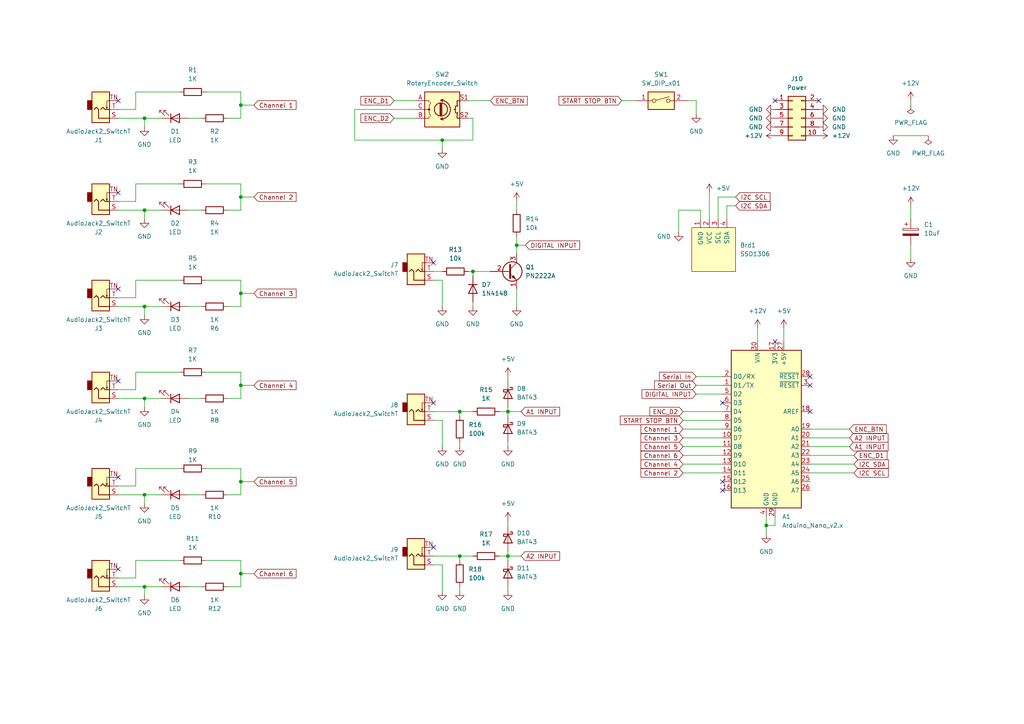
<source format=kicad_sch>
(kicad_sch (version 20211123) (generator eeschema)
  (paper "A4")
  (title_block (title "GToE prototype") (rev "1"))
  (lib_symbols
    (symbol "Connector:AudioJack2_SwitchT"
      (property "Reference" "J" (at 0 8.89 0))
      (property "Value" "AudioJack2_SwitchT" (at 0 6.35 0))
      (symbol "AudioJack2_SwitchT_0_1"
        (rectangle (start -2.54 0) (end -3.81 -2.54) (stroke (width 0.254)) (fill (type outline)))
        (polyline (pts (xy 1.778 -0.254) (xy 2.032 -0.762)))
        (polyline (pts (xy 0 0) (xy 0.635 -0.635) (xy 1.27 0) (xy 2.54 0)) (stroke (width 0.254)))
        (polyline (pts (xy 2.54 -2.54) (xy 1.778 -2.54) (xy 1.778 -0.254) (xy 1.524 -0.762)))
        (polyline (pts (xy 2.54 2.54) (xy -0.635 2.54) (xy -0.635 0) (xy -1.27 -0.635) (xy -1.905 0)) (stroke (width 0.254)))
        (rectangle (start 2.54 3.81) (end -2.54 -5.08) (stroke (width 0.254)) (fill (type background)))
      )
      (symbol "AudioJack2_SwitchT_1_1"
        (pin passive line (at 5.08 2.54 180) (length 2.54) (name "~") (number "S"))
        (pin passive line (at 5.08 0 180) (length 2.54) (name "~") (number "T"))
        (pin passive line (at 5.08 -2.54 180) (length 2.54) (name "~") (number "TN"))
      )
    )
    (symbol "Connector_Generic:Conn_02x05_Odd_Even" (pin_names (offset 1.016) hide)
      (property "Reference" "J" (at 1.27 7.62 0))
      (property "Value" "Conn_02x05_Odd_Even" (at 1.27 -7.62 0))
      (symbol "Conn_02x05_Odd_Even_1_1"
        (rectangle (start -1.27 -4.953) (end 0 -5.207) (stroke (width 0.1524)))
        (rectangle (start -1.27 -2.413) (end 0 -2.667) (stroke (width 0.1524)))
        (rectangle (start -1.27 0.127) (end 0 -0.127) (stroke (width 0.1524)))
        (rectangle (start -1.27 2.667) (end 0 2.413) (stroke (width 0.1524)))
        (rectangle (start -1.27 5.207) (end 0 4.953) (stroke (width 0.1524)))
        (rectangle (start -1.27 6.35) (end 3.81 -6.35) (stroke (width 0.254)) (fill (type background)))
        (rectangle (start 3.81 -4.953) (end 2.54 -5.207) (stroke (width 0.1524)))
        (rectangle (start 3.81 -2.413) (end 2.54 -2.667) (stroke (width 0.1524)))
        (rectangle (start 3.81 0.127) (end 2.54 -0.127) (stroke (width 0.1524)))
        (rectangle (start 3.81 2.667) (end 2.54 2.413) (stroke (width 0.1524)))
        (rectangle (start 3.81 5.207) (end 2.54 4.953) (stroke (width 0.1524)))
        (pin passive line (at -5.08 5.08 0) (length 3.81) (name "Pin_1") (number "1"))
        (pin passive line (at 7.62 -5.08 180) (length 3.81) (name "Pin_10") (number "10"))
        (pin passive line (at 7.62 5.08 180) (length 3.81) (name "Pin_2") (number "2"))
        (pin passive line (at -5.08 2.54 0) (length 3.81) (name "Pin_3") (number "3"))
        (pin passive line (at 7.62 2.54 180) (length 3.81) (name "Pin_4") (number "4"))
        (pin passive line (at -5.08 0 0) (length 3.81) (name "Pin_5") (number "5"))
        (pin passive line (at 7.62 0 180) (length 3.81) (name "Pin_6") (number "6"))
        (pin passive line (at -5.08 -2.54 0) (length 3.81) (name "Pin_7") (number "7"))
        (pin passive line (at 7.62 -2.54 180) (length 3.81) (name "Pin_8") (number "8"))
        (pin passive line (at -5.08 -5.08 0) (length 3.81) (name "Pin_9") (number "9"))
      )
    )
    (symbol "Device:C_Polarized" (pin_numbers hide) (pin_names (offset 0.254))
      (property "Reference" "C" (at 0.635 2.54 0))
      (property "Value" "C_Polarized" (at 0.635 -2.54 0))
      (symbol "C_Polarized_0_1"
        (rectangle (start -2.286 0.508) (end 2.286 1.016))
        (polyline (pts (xy -1.778 2.286) (xy -0.762 2.286)))
        (polyline (pts (xy -1.27 2.794) (xy -1.27 1.778)))
        (rectangle (start 2.286 -0.508) (end -2.286 -1.016) (fill (type outline)))
      )
      (symbol "C_Polarized_1_1"
        (pin passive line (at 0 3.81 270) (length 2.794) (name "~") (number "1"))
        (pin passive line (at 0 -3.81 90) (length 2.794) (name "~") (number "2"))
      )
    )
    (symbol "Device:D" (pin_numbers hide) (pin_names (offset 1.016) hide)
      (property "Reference" "D" (at 0 2.54 0))
      (property "Value" "D" (at 0 -2.54 0))
      (symbol "D_0_1"
        (polyline (pts (xy -1.27 1.27) (xy -1.27 -1.27)) (stroke (width 0.254)))
        (polyline (pts (xy 1.27 0) (xy -1.27 0)))
        (polyline (pts (xy 1.27 1.27) (xy 1.27 -1.27) (xy -1.27 0) (xy 1.27 1.27)) (stroke (width 0.254)))
      )
      (symbol "D_1_1"
        (pin passive line (at -3.81 0 0) (length 2.54) (name "K") (number "1"))
        (pin passive line (at 3.81 0 180) (length 2.54) (name "A") (number "2"))
      )
    )
    (symbol "Device:D_Schottky" (pin_numbers hide) (pin_names (offset 1.016) hide)
      (property "Reference" "D" (at 0 2.54 0))
      (property "Value" "D_Schottky" (at 0 -2.54 0))
      (symbol "D_Schottky_0_1"
        (polyline (pts (xy 1.27 0) (xy -1.27 0)))
        (polyline (pts (xy 1.27 1.27) (xy 1.27 -1.27) (xy -1.27 0) (xy 1.27 1.27)) (stroke (width 0.254)))
        (polyline (pts (xy -1.905 0.635) (xy -1.905 1.27) (xy -1.27 1.27) (xy -1.27 -1.27) (xy -0.635 -1.27) (xy -0.635 -0.635)) (stroke (width 0.254)))
      )
      (symbol "D_Schottky_1_1"
        (pin passive line (at -3.81 0 0) (length 2.54) (name "K") (number "1"))
        (pin passive line (at 3.81 0 180) (length 2.54) (name "A") (number "2"))
      )
    )
    (symbol "Device:LED" (pin_numbers hide) (pin_names (offset 1.016) hide)
      (property "Reference" "D" (at 0 2.54 0))
      (property "Value" "LED" (at 0 -2.54 0))
      (symbol "LED_0_1"
        (polyline (pts (xy -1.27 -1.27) (xy -1.27 1.27)) (stroke (width 0.254)))
        (polyline (pts (xy -1.27 0) (xy 1.27 0)))
        (polyline (pts (xy 1.27 -1.27) (xy 1.27 1.27) (xy -1.27 0) (xy 1.27 -1.27)) (stroke (width 0.254)))
        (polyline (pts (xy -3.048 -0.762) (xy -4.572 -2.286) (xy -3.81 -2.286) (xy -4.572 -2.286) (xy -4.572 -1.524)))
        (polyline (pts (xy -1.778 -0.762) (xy -3.302 -2.286) (xy -2.54 -2.286) (xy -3.302 -2.286) (xy -3.302 -1.524)))
      )
      (symbol "LED_1_1"
        (pin passive line (at -3.81 0 0) (length 2.54) (name "K") (number "1"))
        (pin passive line (at 3.81 0 180) (length 2.54) (name "A") (number "2"))
      )
    )
    (symbol "Device:R" (pin_numbers hide) (pin_names (offset 0))
      (property "Reference" "R" (at 2.032 0 90))
      (property "Value" "R" (at 0 0 90))
      (symbol "R_0_1"
        (rectangle (start -1.016 -2.54) (end 1.016 2.54) (stroke (width 0.254)))
      )
      (symbol "R_1_1"
        (pin passive line (at 0 3.81 270) (length 1.27) (name "~") (number "1"))
        (pin passive line (at 0 -3.81 90) (length 1.27) (name "~") (number "2"))
      )
    )
    (symbol "Device:RotaryEncoder_Switch" (pin_names (offset 0.254) hide)
      (property "Reference" "SW" (at 0 6.604 0))
      (property "Value" "RotaryEncoder_Switch" (at 0 -6.604 0))
      (symbol "RotaryEncoder_Switch_0_1"
        (rectangle (start -5.08 5.08) (end 5.08 -5.08) (stroke (width 0.254)) (fill (type background)))
        (circle (center -3.81 0) (radius 0.254) (fill (type outline)))
        (arc (start -0.381 -2.794) (mid 2.3622 -0.0508) (end -0.381 2.667) (stroke (width 0.254)))
        (circle (center -0.381 0) (radius 1.905) (stroke (width 0.254)))
        (polyline (pts (xy -0.635 -1.778) (xy -0.635 1.778)) (stroke (width 0.254)))
        (polyline (pts (xy -0.381 -1.778) (xy -0.381 1.778)) (stroke (width 0.254)))
        (polyline (pts (xy -0.127 1.778) (xy -0.127 -1.778)) (stroke (width 0.254)))
        (polyline (pts (xy 3.81 0) (xy 3.429 0)) (stroke (width 0.254)))
        (polyline (pts (xy 3.81 1.016) (xy 3.81 -1.016)) (stroke (width 0.254)))
        (polyline (pts (xy -5.08 -2.54) (xy -3.81 -2.54) (xy -3.81 -2.032)))
        (polyline (pts (xy -5.08 2.54) (xy -3.81 2.54) (xy -3.81 2.032)))
        (polyline (pts (xy 0.254 -3.048) (xy -0.508 -2.794) (xy 0.127 -2.413)) (stroke (width 0.254)))
        (polyline (pts (xy 0.254 2.921) (xy -0.508 2.667) (xy 0.127 2.286)) (stroke (width 0.254)))
        (polyline (pts (xy 5.08 -2.54) (xy 4.318 -2.54) (xy 4.318 -1.016)) (stroke (width 0.254)))
        (polyline (pts (xy 5.08 2.54) (xy 4.318 2.54) (xy 4.318 1.016)) (stroke (width 0.254)))
        (polyline (pts (xy -5.08 0) (xy -3.81 0) (xy -3.81 -1.016) (xy -3.302 -2.032)))
        (polyline (pts (xy -4.318 0) (xy -3.81 0) (xy -3.81 1.016) (xy -3.302 2.032)))
        (circle (center 4.318 -1.016) (radius 0.127) (stroke (width 0.254)))
        (circle (center 4.318 1.016) (radius 0.127) (stroke (width 0.254)))
      )
      (symbol "RotaryEncoder_Switch_1_1"
        (pin passive line (at -7.62 2.54 0) (length 2.54) (name "A") (number "A"))
        (pin passive line (at -7.62 -2.54 0) (length 2.54) (name "B") (number "B"))
        (pin passive line (at -7.62 0 0) (length 2.54) (name "C") (number "C"))
        (pin passive line (at 7.62 2.54 180) (length 2.54) (name "S1") (number "S1"))
        (pin passive line (at 7.62 -2.54 180) (length 2.54) (name "S2") (number "S2"))
      )
    )
    (symbol "MCU_Module:Arduino_Nano_v2.x"
      (property "Reference" "A" (at -10.16 23.495 0))
      (property "Value" "Arduino_Nano_v2.x" (at 5.08 -24.13 0))
      (symbol "Arduino_Nano_v2.x_0_1"
        (rectangle (start -10.16 22.86) (end 10.16 -22.86) (stroke (width 0.254)) (fill (type background)))
      )
      (symbol "Arduino_Nano_v2.x_1_1"
        (pin bidirectional line (at -12.7 12.7 0) (length 2.54) (name "D1/TX") (number "1"))
        (pin bidirectional line (at -12.7 -2.54 0) (length 2.54) (name "D7") (number "10"))
        (pin bidirectional line (at -12.7 -5.08 0) (length 2.54) (name "D8") (number "11"))
        (pin bidirectional line (at -12.7 -7.62 0) (length 2.54) (name "D9") (number "12"))
        (pin bidirectional line (at -12.7 -10.16 0) (length 2.54) (name "D10") (number "13"))
        (pin bidirectional line (at -12.7 -12.7 0) (length 2.54) (name "D11") (number "14"))
        (pin bidirectional line (at -12.7 -15.24 0) (length 2.54) (name "D12") (number "15"))
        (pin bidirectional line (at -12.7 -17.78 0) (length 2.54) (name "D13") (number "16"))
        (pin power_out line (at 2.54 25.4 270) (length 2.54) (name "3V3") (number "17"))
        (pin input line (at 12.7 5.08 180) (length 2.54) (name "AREF") (number "18"))
        (pin bidirectional line (at 12.7 0 180) (length 2.54) (name "A0") (number "19"))
        (pin bidirectional line (at -12.7 15.24 0) (length 2.54) (name "D0/RX") (number "2"))
        (pin bidirectional line (at 12.7 -2.54 180) (length 2.54) (name "A1") (number "20"))
        (pin bidirectional line (at 12.7 -5.08 180) (length 2.54) (name "A2") (number "21"))
        (pin bidirectional line (at 12.7 -7.62 180) (length 2.54) (name "A3") (number "22"))
        (pin bidirectional line (at 12.7 -10.16 180) (length 2.54) (name "A4") (number "23"))
        (pin bidirectional line (at 12.7 -12.7 180) (length 2.54) (name "A5") (number "24"))
        (pin bidirectional line (at 12.7 -15.24 180) (length 2.54) (name "A6") (number "25"))
        (pin bidirectional line (at 12.7 -17.78 180) (length 2.54) (name "A7") (number "26"))
        (pin power_out line (at 5.08 25.4 270) (length 2.54) (name "+5V") (number "27"))
        (pin input line (at 12.7 15.24 180) (length 2.54) (name "~{RESET}") (number "28"))
        (pin power_in line (at 2.54 -25.4 90) (length 2.54) (name "GND") (number "29"))
        (pin input line (at 12.7 12.7 180) (length 2.54) (name "~{RESET}") (number "3"))
        (pin power_in line (at -2.54 25.4 270) (length 2.54) (name "VIN") (number "30"))
        (pin power_in line (at 0 -25.4 90) (length 2.54) (name "GND") (number "4"))
        (pin bidirectional line (at -12.7 10.16 0) (length 2.54) (name "D2") (number "5"))
        (pin bidirectional line (at -12.7 7.62 0) (length 2.54) (name "D3") (number "6"))
        (pin bidirectional line (at -12.7 5.08 0) (length 2.54) (name "D4") (number "7"))
        (pin bidirectional line (at -12.7 2.54 0) (length 2.54) (name "D5") (number "8"))
        (pin bidirectional line (at -12.7 0 0) (length 2.54) (name "D6") (number "9"))
      )
    )
    (symbol "SSD1306-128x64_OLED:SSD1306" (pin_names (offset 1.016))
      (property "Reference" "Brd" (at 0 -3.81 0))
      (property "Value" "SSD1306" (at 0 -1.27 0))
      (symbol "SSD1306_0_1"
        (rectangle (start -6.35 6.35) (end 6.35 -6.35) (fill (type background)))
      )
      (symbol "SSD1306_1_1"
        (pin input line (at -3.81 8.89 270) (length 2.54) (name "GND") (number "1"))
        (pin input line (at -1.27 8.89 270) (length 2.54) (name "VCC") (number "2"))
        (pin input line (at 1.27 8.89 270) (length 2.54) (name "SCL") (number "3"))
        (pin input line (at 3.81 8.89 270) (length 2.54) (name "SDA") (number "4"))
      )
    )
    (symbol "Switch:SW_DIP_x01" (pin_names (offset 0) hide)
      (property "Reference" "SW" (at 0 3.81 0))
      (property "Value" "SW_DIP_x01" (at 0 -3.81 0))
      (symbol "SW_DIP_x01_0_0"
        (circle (center -2.032 0) (radius 0.508))
        (polyline (pts (xy -1.524 0.127) (xy 2.3622 1.1684)))
        (circle (center 2.032 0) (radius 0.508))
      )
      (symbol "SW_DIP_x01_0_1"
        (rectangle (start -3.81 2.54) (end 3.81 -2.54) (stroke (width 0.254)) (fill (type background)))
      )
      (symbol "SW_DIP_x01_1_1"
        (pin passive line (at -7.62 0 0) (length 5.08) (name "~") (number "1"))
        (pin passive line (at 7.62 0 180) (length 5.08) (name "~") (number "2"))
      )
    )
    (symbol "Transistor_BJT:PN2222A" (pin_names (offset 0) hide)
      (property "Reference" "Q" (at 5.08 1.905 0))
      (property "Value" "PN2222A" (at 5.08 0 0))
      (symbol "PN2222A_0_1"
        (polyline (pts (xy 0 0) (xy 0.635 0)))
        (polyline (pts (xy 2.54 -2.54) (xy 0.635 -0.635)))
        (polyline (pts (xy 2.54 2.54) (xy 0.635 0.635)))
        (polyline (pts (xy 0.635 1.905) (xy 0.635 -1.905) (xy 0.635 -1.905)) (stroke (width 0.508)))
        (polyline (pts (xy 2.413 -2.413) (xy 1.905 -1.905) (xy 1.905 -1.905)))
        (polyline (pts (xy 1.143 -1.651) (xy 1.651 -1.143) (xy 2.159 -2.159) (xy 1.143 -1.651) (xy 1.143 -1.651)) (fill (type outline)))
        (circle (center 1.27 0) (radius 2.8194) (stroke (width 0.254)))
      )
      (symbol "PN2222A_1_1"
        (pin passive line (at 2.54 -5.08 90) (length 2.54) (name "E") (number "1"))
        (pin input line (at -5.08 0 0) (length 5.08) (name "B") (number "2"))
        (pin passive line (at 2.54 5.08 270) (length 2.54) (name "C") (number "3"))
      )
    )
    (symbol "power:+12V" (power) (pin_names (offset 0))
      (property "Value" "+12V" (at 0 3.556 0))
      (symbol "+12V_0_1"
        (polyline (pts (xy -0.762 1.27) (xy 0 2.54)))
        (polyline (pts (xy 0 0) (xy 0 2.54)))
        (polyline (pts (xy 0 2.54) (xy 0.762 1.27)))
      )
      (symbol "+12V_1_1"
        (pin power_in line (at 0 0 90) (length 0) hide (name "+12V") (number "1"))
      )
    )
    (symbol "power:+5V" (power) (pin_names (offset 0))
      (property "Value" "+5V" (at 0 3.556 0))
      (symbol "+5V_0_1"
        (polyline (pts (xy -0.762 1.27) (xy 0 2.54)))
        (polyline (pts (xy 0 0) (xy 0 2.54)))
        (polyline (pts (xy 0 2.54) (xy 0.762 1.27)))
      )
      (symbol "+5V_1_1"
        (pin power_in line (at 0 0 90) (length 0) hide (name "+5V") (number "1"))
      )
    )
    (symbol "power:GND" (power) (pin_names (offset 0))
      (property "Value" "GND" (at 0 -3.81 0))
      (symbol "GND_0_1"
        (polyline (pts (xy 0 0) (xy 0 -1.27) (xy 1.27 -1.27) (xy 0 -2.54) (xy -1.27 -1.27) (xy 0 -1.27)))
      )
      (symbol "GND_1_1"
        (pin power_in line (at 0 0 270) (length 0) hide (name "GND") (number "1"))
      )
    )
    (symbol "power:PWR_FLAG" (power) (pin_numbers hide) (pin_names (offset 0) hide)
      (property "Value" "PWR_FLAG" (at 0 3.81 0))
      (symbol "PWR_FLAG_0_0"
        (pin power_out line (at 0 0 90) (length 0) (name "pwr") (number "1"))
      )
      (symbol "PWR_FLAG_0_1"
        (polyline (pts (xy 0 0) (xy 0 1.27) (xy -1.016 1.905) (xy 0 2.54) (xy 1.016 1.905) (xy 0 1.27)))
      )
    )
  )
  (junction (at 133.35 119.38))
  (junction (at 149.86 71.12))
  (junction (at 41.91 34.29))
  (junction (at 137.16 78.74))
  (junction (at 41.91 143.51))
  (junction (at 69.85 139.7))
  (junction (at 147.32 119.38))
  (junction (at 133.35 161.29))
  (junction (at 41.91 115.57))
  (junction (at 69.85 85.09))
  (junction (at 41.91 170.18))
  (junction (at 69.85 57.15))
  (junction (at 128.27 40.64))
  (junction (at 69.85 166.37))
  (junction (at 41.91 60.96))
  (junction (at 69.85 111.76))
  (junction (at 222.25 152.4))
  (junction (at 41.91 88.9))
  (junction (at 147.32 161.29))
  (junction (at 69.85 30.48))
  (no_connect (at 34.29 110.49))
  (no_connect (at 125.73 76.2))
  (no_connect (at 234.95 109.22))
  (no_connect (at 209.55 139.7))
  (no_connect (at 34.29 165.1))
  (no_connect (at 237.49 29.21))
  (no_connect (at 234.95 111.76))
  (no_connect (at 209.55 116.84))
  (no_connect (at 234.95 119.38))
  (no_connect (at 125.73 158.75))
  (no_connect (at 34.29 138.43))
  (no_connect (at 34.29 83.82))
  (no_connect (at 209.55 142.24))
  (no_connect (at 34.29 55.88))
  (no_connect (at 224.79 99.06))
  (no_connect (at 34.29 29.21))
  (no_connect (at 125.73 116.84))
  (no_connect (at 224.79 29.21))
  (wire (pts (xy 102.87 40.64) (xy 128.27 40.64)))
  (wire (pts (xy 147.32 119.38) (xy 147.32 120.65)))
  (wire (pts (xy 208.28 57.15) (xy 208.28 63.5)))
  (wire (pts (xy 69.85 166.37) (xy 69.85 170.18)))
  (wire (pts (xy 201.93 111.76) (xy 209.55 111.76)))
  (wire (pts (xy 147.32 119.38) (xy 151.13 119.38)))
  (wire (pts (xy 198.12 121.92) (xy 209.55 121.92)))
  (wire (pts (xy 135.89 78.74) (xy 137.16 78.74)))
  (wire (pts (xy 39.37 58.42) (xy 39.37 53.34)))
  (wire (pts (xy 201.93 109.22) (xy 209.55 109.22)))
  (wire (pts (xy 149.86 71.12) (xy 149.86 73.66)))
  (wire (pts (xy 54.61 143.51) (xy 58.42 143.51)))
  (wire (pts (xy 125.73 78.74) (xy 128.27 78.74)))
  (wire (pts (xy 147.32 161.29) (xy 147.32 162.56)))
  (wire (pts (xy 137.16 34.29) (xy 137.16 40.64)))
  (wire (pts (xy 137.16 40.64) (xy 128.27 40.64)))
  (wire (pts (xy 39.37 26.67) (xy 52.07 26.67)))
  (wire (pts (xy 34.29 34.29) (xy 41.91 34.29)))
  (wire (pts (xy 222.25 152.4) (xy 224.79 152.4)))
  (wire (pts (xy 41.91 34.29) (xy 46.99 34.29)))
  (wire (pts (xy 149.86 83.82) (xy 149.86 88.9)))
  (wire (pts (xy 34.29 88.9) (xy 41.91 88.9)))
  (wire (pts (xy 137.16 161.29) (xy 133.35 161.29)))
  (wire (pts (xy 135.89 29.21) (xy 142.24 29.21)))
  (wire (pts (xy 39.37 140.97) (xy 39.37 135.89)))
  (wire (pts (xy 203.2 60.96) (xy 203.2 63.5)))
  (wire (pts (xy 39.37 167.64) (xy 39.37 162.56)))
  (wire (pts (xy 213.36 57.15) (xy 208.28 57.15)))
  (wire (pts (xy 54.61 115.57) (xy 58.42 115.57)))
  (wire (pts (xy 39.37 162.56) (xy 52.07 162.56)))
  (wire (pts (xy 114.3 29.21) (xy 120.65 29.21)))
  (wire (pts (xy 133.35 119.38) (xy 133.35 120.65)))
  (wire (pts (xy 41.91 60.96) (xy 41.91 63.5)))
  (wire (pts (xy 39.37 31.75) (xy 39.37 26.67)))
  (wire (pts (xy 149.86 58.42) (xy 149.86 60.96)))
  (wire (pts (xy 227.33 95.25) (xy 227.33 99.06)))
  (wire (pts (xy 34.29 140.97) (xy 39.37 140.97)))
  (wire (pts (xy 34.29 170.18) (xy 41.91 170.18)))
  (wire (pts (xy 59.69 26.67) (xy 69.85 26.67)))
  (wire (pts (xy 133.35 161.29) (xy 133.35 162.56)))
  (wire (pts (xy 184.15 29.21) (xy 180.34 29.21)))
  (wire (pts (xy 69.85 53.34) (xy 69.85 57.15)))
  (wire (pts (xy 198.12 129.54) (xy 209.55 129.54)))
  (wire (pts (xy 54.61 34.29) (xy 58.42 34.29)))
  (wire (pts (xy 198.12 124.46) (xy 209.55 124.46)))
  (wire (pts (xy 125.73 121.92) (xy 128.27 121.92)))
  (wire (pts (xy 264.16 59.69) (xy 264.16 63.5)))
  (wire (pts (xy 135.89 34.29) (xy 137.16 34.29)))
  (wire (pts (xy 147.32 160.02) (xy 147.32 161.29)))
  (wire (pts (xy 147.32 109.22) (xy 147.32 110.49)))
  (wire (pts (xy 41.91 60.96) (xy 46.99 60.96)))
  (wire (pts (xy 39.37 81.28) (xy 52.07 81.28)))
  (wire (pts (xy 224.79 149.86) (xy 224.79 152.4)))
  (wire (pts (xy 147.32 128.27) (xy 147.32 129.54)))
  (wire (pts (xy 69.85 81.28) (xy 69.85 85.09)))
  (wire (pts (xy 54.61 60.96) (xy 58.42 60.96)))
  (wire (pts (xy 198.12 134.62) (xy 209.55 134.62)))
  (wire (pts (xy 34.29 58.42) (xy 39.37 58.42)))
  (wire (pts (xy 34.29 86.36) (xy 39.37 86.36)))
  (wire (pts (xy 147.32 151.13) (xy 147.32 152.4)))
  (wire (pts (xy 69.85 57.15) (xy 69.85 60.96)))
  (wire (pts (xy 205.74 55.88) (xy 205.74 63.5)))
  (wire (pts (xy 39.37 107.95) (xy 52.07 107.95)))
  (wire (pts (xy 69.85 107.95) (xy 69.85 111.76)))
  (wire (pts (xy 41.91 34.29) (xy 41.91 36.83)))
  (wire (pts (xy 147.32 170.18) (xy 147.32 171.45)))
  (wire (pts (xy 137.16 87.63) (xy 137.16 88.9)))
  (wire (pts (xy 34.29 143.51) (xy 41.91 143.51)))
  (wire (pts (xy 41.91 115.57) (xy 41.91 118.11)))
  (wire (pts (xy 69.85 26.67) (xy 69.85 30.48)))
  (wire (pts (xy 41.91 170.18) (xy 46.99 170.18)))
  (wire (pts (xy 210.82 59.69) (xy 210.82 63.5)))
  (wire (pts (xy 69.85 111.76) (xy 69.85 115.57)))
  (wire (pts (xy 198.12 132.08) (xy 209.55 132.08)))
  (wire (pts (xy 34.29 113.03) (xy 39.37 113.03)))
  (wire (pts (xy 144.78 161.29) (xy 147.32 161.29)))
  (wire (pts (xy 198.12 119.38) (xy 209.55 119.38)))
  (wire (pts (xy 69.85 30.48) (xy 73.66 30.48)))
  (wire (pts (xy 264.16 30.48) (xy 264.16 29.21)))
  (wire (pts (xy 128.27 81.28) (xy 128.27 88.9)))
  (wire (pts (xy 69.85 166.37) (xy 73.66 166.37)))
  (wire (pts (xy 234.95 132.08) (xy 247.65 132.08)))
  (wire (pts (xy 34.29 31.75) (xy 39.37 31.75)))
  (wire (pts (xy 120.65 31.75) (xy 102.87 31.75)))
  (wire (pts (xy 198.12 137.16) (xy 209.55 137.16)))
  (wire (pts (xy 196.85 67.31) (xy 196.85 60.96)))
  (wire (pts (xy 69.85 115.57) (xy 66.04 115.57)))
  (wire (pts (xy 264.16 71.12) (xy 264.16 74.93)))
  (wire (pts (xy 149.86 71.12) (xy 152.4 71.12)))
  (wire (pts (xy 41.91 143.51) (xy 41.91 146.05)))
  (wire (pts (xy 234.95 129.54) (xy 246.38 129.54)))
  (wire (pts (xy 137.16 78.74) (xy 137.16 80.01)))
  (wire (pts (xy 201.93 29.21) (xy 199.39 29.21)))
  (wire (pts (xy 234.95 137.16) (xy 247.65 137.16)))
  (wire (pts (xy 41.91 143.51) (xy 46.99 143.51)))
  (wire (pts (xy 234.95 127) (xy 246.38 127)))
  (wire (pts (xy 125.73 81.28) (xy 128.27 81.28)))
  (wire (pts (xy 201.93 114.3) (xy 209.55 114.3)))
  (wire (pts (xy 114.3 34.29) (xy 120.65 34.29)))
  (wire (pts (xy 201.93 29.21) (xy 201.93 33.02)))
  (wire (pts (xy 39.37 113.03) (xy 39.37 107.95)))
  (wire (pts (xy 34.29 60.96) (xy 41.91 60.96)))
  (wire (pts (xy 69.85 143.51) (xy 66.04 143.51)))
  (wire (pts (xy 69.85 85.09) (xy 69.85 88.9)))
  (wire (pts (xy 137.16 119.38) (xy 133.35 119.38)))
  (wire (pts (xy 54.61 88.9) (xy 58.42 88.9)))
  (wire (pts (xy 102.87 31.75) (xy 102.87 40.64)))
  (wire (pts (xy 41.91 88.9) (xy 46.99 88.9)))
  (wire (pts (xy 137.16 78.74) (xy 142.24 78.74)))
  (wire (pts (xy 69.85 34.29) (xy 66.04 34.29)))
  (wire (pts (xy 41.91 115.57) (xy 46.99 115.57)))
  (wire (pts (xy 149.86 68.58) (xy 149.86 71.12)))
  (wire (pts (xy 69.85 139.7) (xy 73.66 139.7)))
  (wire (pts (xy 234.95 134.62) (xy 247.65 134.62)))
  (wire (pts (xy 128.27 40.64) (xy 128.27 43.18)))
  (wire (pts (xy 69.85 30.48) (xy 69.85 34.29)))
  (wire (pts (xy 59.69 53.34) (xy 69.85 53.34)))
  (wire (pts (xy 59.69 135.89) (xy 69.85 135.89)))
  (wire (pts (xy 198.12 127) (xy 209.55 127)))
  (wire (pts (xy 259.08 39.37) (xy 269.24 39.37)))
  (wire (pts (xy 41.91 170.18) (xy 41.91 172.72)))
  (wire (pts (xy 133.35 119.38) (xy 125.73 119.38)))
  (wire (pts (xy 147.32 118.11) (xy 147.32 119.38)))
  (wire (pts (xy 222.25 149.86) (xy 222.25 152.4)))
  (wire (pts (xy 69.85 111.76) (xy 73.66 111.76)))
  (wire (pts (xy 69.85 88.9) (xy 66.04 88.9)))
  (wire (pts (xy 133.35 128.27) (xy 133.35 129.54)))
  (wire (pts (xy 69.85 60.96) (xy 66.04 60.96)))
  (wire (pts (xy 41.91 88.9) (xy 41.91 91.44)))
  (wire (pts (xy 54.61 170.18) (xy 58.42 170.18)))
  (wire (pts (xy 147.32 161.29) (xy 151.13 161.29)))
  (wire (pts (xy 39.37 53.34) (xy 52.07 53.34)))
  (wire (pts (xy 196.85 60.96) (xy 203.2 60.96)))
  (wire (pts (xy 219.71 95.25) (xy 219.71 99.06)))
  (wire (pts (xy 128.27 121.92) (xy 128.27 129.54)))
  (wire (pts (xy 69.85 57.15) (xy 73.66 57.15)))
  (wire (pts (xy 34.29 115.57) (xy 41.91 115.57)))
  (wire (pts (xy 133.35 170.18) (xy 133.35 171.45)))
  (wire (pts (xy 59.69 107.95) (xy 69.85 107.95)))
  (wire (pts (xy 234.95 124.46) (xy 246.38 124.46)))
  (wire (pts (xy 69.85 135.89) (xy 69.85 139.7)))
  (wire (pts (xy 34.29 167.64) (xy 39.37 167.64)))
  (wire (pts (xy 69.85 139.7) (xy 69.85 143.51)))
  (wire (pts (xy 59.69 162.56) (xy 69.85 162.56)))
  (wire (pts (xy 133.35 161.29) (xy 125.73 161.29)))
  (wire (pts (xy 144.78 119.38) (xy 147.32 119.38)))
  (wire (pts (xy 213.36 59.69) (xy 210.82 59.69)))
  (wire (pts (xy 222.25 152.4) (xy 222.25 154.94)))
  (wire (pts (xy 69.85 162.56) (xy 69.85 166.37)))
  (wire (pts (xy 39.37 135.89) (xy 52.07 135.89)))
  (wire (pts (xy 128.27 163.83) (xy 128.27 171.45)))
  (wire (pts (xy 59.69 81.28) (xy 69.85 81.28)))
  (wire (pts (xy 39.37 86.36) (xy 39.37 81.28)))
  (wire (pts (xy 125.73 163.83) (xy 128.27 163.83)))
  (wire (pts (xy 69.85 85.09) (xy 73.66 85.09)))
  (wire (pts (xy 69.85 170.18) (xy 66.04 170.18)))
  (global_label "START STOP BTN" (shape input) (at 180.34 29.21 180) (property "Intersheet References" "${INTERSHEET_REFS}" (effects hide)))
  (global_label "A2 INPUT" (shape input) (at 246.38 127 0) (property "Intersheet References" "${INTERSHEET_REFS}" (effects hide)))
  (global_label "Channel 5" (shape input) (at 198.12 129.54 180) (property "Intersheet References" "${INTERSHEET_REFS}" (effects hide)))
  (global_label "Channel 1" (shape input) (at 198.12 124.46 180) (property "Intersheet References" "${INTERSHEET_REFS}" (effects hide)))
  (global_label "Channel 4" (shape input) (at 198.12 134.62 180) (property "Intersheet References" "${INTERSHEET_REFS}" (effects hide)))
  (global_label "ENC_BTN" (shape input) (at 246.38 124.46 0) (property "Intersheet References" "${INTERSHEET_REFS}" (effects hide)))
  (global_label "START STOP BTN" (shape input) (at 198.12 121.92 180) (property "Intersheet References" "${INTERSHEET_REFS}" (effects hide)))
  (global_label "Channel 5" (shape input) (at 73.66 139.7 0) (property "Intersheet References" "${INTERSHEET_REFS}" (effects hide)))
  (global_label "ENC_D2" (shape input) (at 114.3 34.29 180) (property "Intersheet References" "${INTERSHEET_REFS}" (effects hide)))
  (global_label "Channel 3" (shape input) (at 198.12 127 180) (property "Intersheet References" "${INTERSHEET_REFS}" (effects hide)))
  (global_label "A1 INPUT" (shape input) (at 151.13 119.38 0) (property "Intersheet References" "${INTERSHEET_REFS}" (effects hide)))
  (global_label "Channel 3" (shape input) (at 73.66 85.09 0) (property "Intersheet References" "${INTERSHEET_REFS}" (effects hide)))
  (global_label "ENC_BTN" (shape input) (at 142.24 29.21 0) (property "Intersheet References" "${INTERSHEET_REFS}" (effects hide)))
  (global_label "DIGITAL INPUT" (shape input) (at 201.93 114.3 180) (property "Intersheet References" "${INTERSHEET_REFS}" (effects hide)))
  (global_label "I2C SDA" (shape input) (at 247.65 134.62 0) (property "Intersheet References" "${INTERSHEET_REFS}" (effects hide)))
  (global_label "Serial Out" (shape input) (at 201.93 111.76 180) (property "Intersheet References" "${INTERSHEET_REFS}" (effects hide)))
  (global_label "Channel 6" (shape input) (at 73.66 166.37 0) (property "Intersheet References" "${INTERSHEET_REFS}" (effects hide)))
  (global_label "Channel 1" (shape input) (at 73.66 30.48 0) (property "Intersheet References" "${INTERSHEET_REFS}" (effects hide)))
  (global_label "DIGITAL INPUT" (shape input) (at 152.4 71.12 0) (property "Intersheet References" "${INTERSHEET_REFS}" (effects hide)))
  (global_label "ENC_D2" (shape input) (at 198.12 119.38 180) (property "Intersheet References" "${INTERSHEET_REFS}" (effects hide)))
  (global_label "Serial In" (shape input) (at 201.93 109.22 180) (property "Intersheet References" "${INTERSHEET_REFS}" (effects hide)))
  (global_label "ENC_D1" (shape input) (at 114.3 29.21 180) (property "Intersheet References" "${INTERSHEET_REFS}" (effects hide)))
  (global_label "Channel 2" (shape input) (at 73.66 57.15 0) (property "Intersheet References" "${INTERSHEET_REFS}" (effects hide)))
  (global_label "Channel 4" (shape input) (at 73.66 111.76 0) (property "Intersheet References" "${INTERSHEET_REFS}" (effects hide)))
  (global_label "ENC_D1" (shape input) (at 247.65 132.08 0) (property "Intersheet References" "${INTERSHEET_REFS}" (effects hide)))
  (global_label "Channel 2" (shape input) (at 198.12 137.16 180) (property "Intersheet References" "${INTERSHEET_REFS}" (effects hide)))
  (global_label "I2C SCL" (shape input) (at 213.36 57.15 0) (property "Intersheet References" "${INTERSHEET_REFS}" (effects hide)))
  (global_label "I2C SDA" (shape input) (at 213.36 59.69 0) (property "Intersheet References" "${INTERSHEET_REFS}" (effects hide)))
  (global_label "A2 INPUT" (shape input) (at 151.13 161.29 0) (property "Intersheet References" "${INTERSHEET_REFS}" (effects hide)))
  (global_label "I2C SCL" (shape input) (at 247.65 137.16 0) (property "Intersheet References" "${INTERSHEET_REFS}" (effects hide)))
  (global_label "Channel 6" (shape input) (at 198.12 132.08 180) (property "Intersheet References" "${INTERSHEET_REFS}" (effects hide)))
  (global_label "A1 INPUT" (shape input) (at 246.38 129.54 0) (property "Intersheet References" "${INTERSHEET_REFS}" (effects hide)))
  (symbol (lib_id "power:GND") (at 149.86 88.9 0) (unit 1)
    (property "Reference" "#PWR0133" (effects hide))
    (property "Value" "GND" (at 149.86 93.98 0))
  )
  (symbol (lib_id "power:GND") (at 222.25 154.94 0) (unit 1)
    (property "Reference" "#PWR0115" (effects hide))
    (property "Value" "GND" (at 222.25 160.02 0))
  )
  (symbol (lib_id "Connector:AudioJack2_SwitchT") (at 120.65 119.38 0) (mirror x) (unit 1)
    (property "Reference" "J8" (at 115.57 117.4749 0) (effects (justify right)))
    (property "Value" "AudioJack2_SwitchT" (at 115.57 120.0149 0) (effects (justify right)))
    (property "Footprint" "Connector_Audio:Jack_3.5mm_QingPu_WQP-PJ398SM_Vertical_CircularHoles" (effects hide))
  )
  (symbol (lib_id "Connector:AudioJack2_SwitchT") (at 29.21 31.75 0) (mirror x) (unit 1)
    (property "Reference" "J1" (at 28.575 40.64 0))
    (property "Value" "AudioJack2_SwitchT" (at 28.575 38.1 0))
    (property "Footprint" "Connector_Audio:Jack_3.5mm_QingPu_WQP-PJ398SM_Vertical_CircularHoles" (effects hide))
  )
  (symbol (lib_id "Device:LED") (at 50.8 88.9 0) (mirror x) (unit 1)
    (property "Reference" "D3" (at 50.8 92.71 0))
    (property "Value" "LED" (at 50.8 95.25 0))
    (property "Footprint" "LED_THT:LED_D3.0mm_Clear" (effects hide))
  )
  (symbol (lib_id "power:GND") (at 133.35 171.45 0) (mirror y) (unit 1)
    (property "Reference" "#PWR0109" (effects hide))
    (property "Value" "GND" (at 133.35 176.53 0))
  )
  (symbol (lib_id "power:+5V") (at 149.86 58.42 0) (unit 1)
    (property "Reference" "#PWR0134" (effects hide))
    (property "Value" "+5V" (at 149.86 53.34 0))
  )
  (symbol (lib_id "Device:R") (at 133.35 124.46 0) (mirror y) (unit 1)
    (property "Reference" "R16" (at 135.89 123.1899 0) (effects (justify right)))
    (property "Value" "100k" (at 135.89 125.7299 0) (effects (justify right)))
    (property "Footprint" "Resistor_THT:R_Axial_DIN0207_L6.3mm_D2.5mm_P10.16mm_Horizontal" (effects hide))
  )
  (symbol (lib_id "power:GND") (at 41.91 118.11 0) (mirror y) (unit 1)
    (property "Reference" "#PWR0104" (effects hide))
    (property "Value" "GND" (at 41.91 123.19 0))
  )
  (symbol (lib_id "power:+12V") (at 264.16 29.21 0) (unit 1)
    (property "Reference" "#PWR0136" (effects hide))
    (property "Value" "+12V" (at 266.7 24.13 0) (effects (justify right)))
  )
  (symbol (lib_id "power:GND") (at 147.32 171.45 0) (mirror y) (unit 1)
    (property "Reference" "#PWR0108" (effects hide))
    (property "Value" "GND" (at 147.32 176.53 0))
  )
  (symbol (lib_id "Connector:AudioJack2_SwitchT") (at 29.21 167.64 0) (mirror x) (unit 1)
    (property "Reference" "J6" (at 28.575 176.53 0))
    (property "Value" "AudioJack2_SwitchT" (at 28.575 173.99 0))
    (property "Footprint" "Connector_Audio:Jack_3.5mm_QingPu_WQP-PJ398SM_Vertical_CircularHoles" (effects hide))
  )
  (symbol (lib_id "power:+12V") (at 219.71 95.25 0) (unit 1)
    (property "Reference" "#PWR0116" (effects hide))
    (property "Value" "+12V" (at 219.71 90.17 0))
  )
  (symbol (lib_id "power:GND") (at 224.79 31.75 270) (unit 1)
    (property "Reference" "#PWR0130" (effects hide))
    (property "Value" "GND" (at 217.17 31.75 90) (effects (justify left)))
  )
  (symbol (lib_id "power:GND") (at 133.35 129.54 0) (mirror y) (unit 1)
    (property "Reference" "#PWR0114" (effects hide))
    (property "Value" "GND" (at 133.35 134.62 0))
  )
  (symbol (lib_id "Device:LED") (at 50.8 115.57 0) (mirror x) (unit 1)
    (property "Reference" "D4" (at 50.8 119.38 0))
    (property "Value" "LED" (at 50.8 121.92 0))
    (property "Footprint" "LED_THT:LED_D3.0mm_Clear" (effects hide))
  )
  (symbol (lib_id "power:GND") (at 237.49 31.75 90) (unit 1)
    (property "Reference" "#PWR0119" (effects hide))
    (property "Value" "GND" (at 241.3 31.7499 90) (effects (justify right)))
  )
  (symbol (lib_id "Device:R") (at 133.35 166.37 0) (mirror y) (unit 1)
    (property "Reference" "R18" (at 135.89 165.0999 0) (effects (justify right)))
    (property "Value" "100k" (at 135.89 167.6399 0) (effects (justify right)))
    (property "Footprint" "Resistor_THT:R_Axial_DIN0207_L6.3mm_D2.5mm_P10.16mm_Horizontal" (effects hide))
  )
  (symbol (lib_id "power:GND") (at 264.16 74.93 0) (unit 1)
    (property "Reference" "#PWR0125" (effects hide))
    (property "Value" "GND" (at 264.16 80.01 0))
  )
  (symbol (lib_id "power:GND") (at 237.49 36.83 90) (unit 1)
    (property "Reference" "#PWR0120" (effects hide))
    (property "Value" "GND" (at 241.3 36.8299 90) (effects (justify right)))
  )
  (symbol (lib_id "Device:D_Schottky") (at 147.32 114.3 270) (unit 1)
    (property "Reference" "D8" (at 149.86 112.7124 90) (effects (justify left)))
    (property "Value" "BAT43" (at 149.86 115.2524 90) (effects (justify left)))
    (property "Footprint" "Diode_THT:D_T-1_P10.16mm_Horizontal" (effects hide))
  )
  (symbol (lib_id "MCU_Module:Arduino_Nano_v2.x") (at 222.25 124.46 0) (unit 1)
    (property "Reference" "A1" (at 226.8094 149.86 0) (effects (justify left)))
    (property "Value" "Arduino_Nano_v2.x" (at 226.8094 152.4 0) (effects (justify left)))
    (property "Footprint" "Module:Arduino_Nano" (effects hide))
    (property "Datasheet" "https://www.arduino.cc/en/uploads/Main/ArduinoNanoManual23.pdf" (effects hide))
  )
  (symbol (lib_id "Device:D_Schottky") (at 147.32 124.46 270) (unit 1)
    (property "Reference" "D9" (at 149.86 122.8724 90) (effects (justify left)))
    (property "Value" "BAT43" (at 149.86 125.4124 90) (effects (justify left)))
    (property "Footprint" "Diode_THT:D_T-1_P10.16mm_Horizontal" (effects hide))
  )
  (symbol (lib_id "Device:R") (at 62.23 88.9 90) (mirror x) (unit 1)
    (property "Reference" "R6" (at 62.23 95.25 90))
    (property "Value" "1K" (at 62.23 92.71 90))
    (property "Footprint" "Resistor_THT:R_Axial_DIN0207_L6.3mm_D2.5mm_P10.16mm_Horizontal" (effects hide))
  )
  (symbol (lib_id "power:GND") (at 128.27 129.54 0) (mirror y) (unit 1)
    (property "Reference" "#PWR0113" (effects hide))
    (property "Value" "GND" (at 128.27 134.62 0))
  )
  (symbol (lib_id "power:GND") (at 137.16 88.9 0) (unit 1)
    (property "Reference" "#PWR0132" (effects hide))
    (property "Value" "GND" (at 137.16 93.98 0))
  )
  (symbol (lib_id "power:GND") (at 224.79 36.83 270) (unit 1)
    (property "Reference" "#PWR0129" (effects hide))
    (property "Value" "GND" (at 217.17 36.83 90) (effects (justify left)))
  )
  (symbol (lib_id "Device:R") (at 62.23 143.51 90) (mirror x) (unit 1)
    (property "Reference" "R10" (at 62.23 149.86 90))
    (property "Value" "1K" (at 62.23 147.32 90))
    (property "Footprint" "Resistor_THT:R_Axial_DIN0207_L6.3mm_D2.5mm_P10.16mm_Horizontal" (effects hide))
  )
  (symbol (lib_id "Device:LED") (at 50.8 34.29 0) (mirror x) (unit 1)
    (property "Reference" "D1" (at 50.8 38.1 0))
    (property "Value" "LED" (at 50.8 40.64 0))
    (property "Footprint" "LED_THT:LED_D3.0mm_Clear" (effects hide))
  )
  (symbol (lib_id "Device:R") (at 132.08 78.74 90) (unit 1)
    (property "Reference" "R13" (at 132.08 72.39 90))
    (property "Value" "10k" (at 132.08 74.93 90))
    (property "Footprint" "Resistor_THT:R_Axial_DIN0207_L6.3mm_D2.5mm_P10.16mm_Horizontal" (effects hide))
  )
  (symbol (lib_id "power:PWR_FLAG") (at 264.16 30.48 180) (unit 1)
    (property "Reference" "#FLG0101" (effects hide))
    (property "Value" "PWR_FLAG" (at 264.16 35.56 0))
  )
  (symbol (lib_id "Device:R") (at 55.88 81.28 270) (mirror x) (unit 1)
    (property "Reference" "R5" (at 55.88 74.93 90))
    (property "Value" "1K" (at 55.88 77.47 90))
    (property "Footprint" "Resistor_THT:R_Axial_DIN0207_L6.3mm_D2.5mm_P10.16mm_Horizontal" (effects hide))
  )
  (symbol (lib_id "Device:R") (at 62.23 60.96 90) (mirror x) (unit 1)
    (property "Reference" "R4" (at 62.23 64.77 90))
    (property "Value" "1K" (at 62.23 67.31 90))
    (property "Footprint" "Resistor_THT:R_Axial_DIN0207_L6.3mm_D2.5mm_P10.16mm_Horizontal" (effects hide))
  )
  (symbol (lib_id "Connector:AudioJack2_SwitchT") (at 120.65 161.29 0) (mirror x) (unit 1)
    (property "Reference" "J9" (at 115.57 159.3849 0) (effects (justify right)))
    (property "Value" "AudioJack2_SwitchT" (at 115.57 161.9249 0) (effects (justify right)))
    (property "Footprint" "Connector_Audio:Jack_3.5mm_QingPu_WQP-PJ398SM_Vertical_CircularHoles" (effects hide))
  )
  (symbol (lib_id "Device:R") (at 55.88 107.95 270) (mirror x) (unit 1)
    (property "Reference" "R7" (at 55.88 101.6 90))
    (property "Value" "1K" (at 55.88 104.14 90))
    (property "Footprint" "Resistor_THT:R_Axial_DIN0207_L6.3mm_D2.5mm_P10.16mm_Horizontal" (effects hide))
  )
  (symbol (lib_id "Device:R") (at 140.97 161.29 270) (mirror x) (unit 1)
    (property "Reference" "R17" (at 140.97 154.94 90))
    (property "Value" "1K" (at 140.97 157.48 90))
    (property "Footprint" "Resistor_THT:R_Axial_DIN0207_L6.3mm_D2.5mm_P10.16mm_Horizontal" (effects hide))
  )
  (symbol (lib_id "power:GND") (at 128.27 171.45 0) (mirror y) (unit 1)
    (property "Reference" "#PWR0107" (effects hide))
    (property "Value" "GND" (at 128.27 176.53 0))
  )
  (symbol (lib_id "power:+12V") (at 224.79 39.37 90) (unit 1)
    (property "Reference" "#PWR0128" (effects hide))
    (property "Value" "+12V" (at 215.9 39.37 90) (effects (justify right)))
  )
  (symbol (lib_id "power:GND") (at 196.85 67.31 0) (unit 1)
    (property "Reference" "#PWR0126" (effects hide))
    (property "Value" "GND" (at 190.5 68.58 0) (effects (justify left)))
  )
  (symbol (lib_id "SSD1306-128x64_OLED:SSD1306") (at 207.01 72.39 0) (unit 1)
    (property "Reference" "Brd1" (at 214.63 71.1199 0) (effects (justify left)))
    (property "Value" "SSD1306" (at 214.63 73.6599 0) (effects (justify left)))
    (property "Footprint" "SDD1360 I2C:128x64OLED" (effects hide))
  )
  (symbol (lib_id "power:GND") (at 41.91 63.5 0) (mirror y) (unit 1)
    (property "Reference" "#PWR0103" (effects hide))
    (property "Value" "GND" (at 41.91 68.58 0))
  )
  (symbol (lib_id "power:GND") (at 201.93 33.02 0) (unit 1)
    (property "Reference" "#PWR0123" (effects hide))
    (property "Value" "GND" (at 201.93 38.1 0))
  )
  (symbol (lib_id "Device:RotaryEncoder_Switch") (at 128.27 31.75 0) (unit 1)
    (property "Reference" "SW2" (at 128.27 21.59 0))
    (property "Value" "RotaryEncoder_Switch" (at 128.27 24.13 0))
    (property "Footprint" "Rotary_Encoder:RotaryEncoder_Alps_EC12E-Switch_Vertical_H20mm" (effects hide))
  )
  (symbol (lib_id "Device:D_Schottky") (at 147.32 156.21 270) (unit 1)
    (property "Reference" "D10" (at 149.86 154.6224 90) (effects (justify left)))
    (property "Value" "BAT43" (at 149.86 157.1624 90) (effects (justify left)))
    (property "Footprint" "Diode_THT:D_T-1_P10.16mm_Horizontal" (effects hide))
  )
  (symbol (lib_id "Device:LED") (at 50.8 170.18 0) (mirror x) (unit 1)
    (property "Reference" "D6" (at 50.8 173.99 0))
    (property "Value" "LED" (at 50.8 176.53 0))
    (property "Footprint" "LED_THT:LED_D3.0mm_Clear" (effects hide))
  )
  (symbol (lib_id "Device:R") (at 62.23 34.29 90) (mirror x) (unit 1)
    (property "Reference" "R2" (at 62.23 38.1 90))
    (property "Value" "1K" (at 62.23 40.64 90))
    (property "Footprint" "Resistor_THT:R_Axial_DIN0207_L6.3mm_D2.5mm_P10.16mm_Horizontal" (effects hide))
  )
  (symbol (lib_id "power:PWR_FLAG") (at 269.24 39.37 180) (unit 1)
    (property "Reference" "#FLG0102" (effects hide))
    (property "Value" "PWR_FLAG" (at 269.24 44.45 0))
  )
  (symbol (lib_id "power:+12V") (at 237.49 39.37 270) (unit 1)
    (property "Reference" "#PWR0118" (effects hide))
    (property "Value" "+12V" (at 241.3 39.3699 90) (effects (justify left)))
  )
  (symbol (lib_id "Connector:AudioJack2_SwitchT") (at 29.21 58.42 0) (mirror x) (unit 1)
    (property "Reference" "J2" (at 28.575 67.31 0))
    (property "Value" "AudioJack2_SwitchT" (at 28.575 64.77 0))
    (property "Footprint" "Connector_Audio:Jack_3.5mm_QingPu_WQP-PJ398SM_Vertical_CircularHoles" (effects hide))
  )
  (symbol (lib_id "Device:R") (at 55.88 26.67 270) (mirror x) (unit 1)
    (property "Reference" "R1" (at 55.88 20.32 90))
    (property "Value" "1K" (at 55.88 22.86 90))
    (property "Footprint" "Resistor_THT:R_Axial_DIN0207_L6.3mm_D2.5mm_P10.16mm_Horizontal" (effects hide))
  )
  (symbol (lib_id "power:GND") (at 41.91 36.83 0) (mirror y) (unit 1)
    (property "Reference" "#PWR0102" (effects hide))
    (property "Value" "GND" (at 41.91 41.91 0))
  )
  (symbol (lib_id "power:+5V") (at 147.32 151.13 0) (mirror y) (unit 1)
    (property "Reference" "#PWR0112" (effects hide))
    (property "Value" "+5V" (at 147.32 146.05 0))
  )
  (symbol (lib_id "power:+12V") (at 264.16 59.69 0) (unit 1)
    (property "Reference" "#PWR0124" (effects hide))
    (property "Value" "+12V" (at 264.16 54.61 0))
  )
  (symbol (lib_id "Device:R") (at 62.23 170.18 90) (mirror x) (unit 1)
    (property "Reference" "R12" (at 62.23 176.53 90))
    (property "Value" "1K" (at 62.23 173.99 90))
    (property "Footprint" "Resistor_THT:R_Axial_DIN0207_L6.3mm_D2.5mm_P10.16mm_Horizontal" (effects hide))
  )
  (symbol (lib_id "power:GND") (at 128.27 43.18 0) (unit 1)
    (property "Reference" "#PWR0135" (effects hide))
    (property "Value" "GND" (at 128.27 48.26 0))
  )
  (symbol (lib_id "power:GND") (at 224.79 34.29 270) (unit 1)
    (property "Reference" "#PWR0127" (effects hide))
    (property "Value" "GND" (at 217.17 34.29 90) (effects (justify left)))
  )
  (symbol (lib_id "power:GND") (at 41.91 146.05 0) (mirror y) (unit 1)
    (property "Reference" "#PWR0105" (effects hide))
    (property "Value" "GND" (at 41.91 151.13 0))
  )
  (symbol (lib_id "Device:D_Schottky") (at 147.32 166.37 270) (unit 1)
    (property "Reference" "D11" (at 149.86 164.7824 90) (effects (justify left)))
    (property "Value" "BAT43" (at 149.86 167.3224 90) (effects (justify left)))
    (property "Footprint" "Diode_THT:D_T-1_P10.16mm_Horizontal" (effects hide))
  )
  (symbol (lib_id "Connector:AudioJack2_SwitchT") (at 29.21 140.97 0) (mirror x) (unit 1)
    (property "Reference" "J5" (at 28.575 149.86 0))
    (property "Value" "AudioJack2_SwitchT" (at 28.575 147.32 0))
    (property "Footprint" "Connector_Audio:Jack_3.5mm_QingPu_WQP-PJ398SM_Vertical_CircularHoles" (effects hide))
  )
  (symbol (lib_id "Connector:AudioJack2_SwitchT") (at 29.21 86.36 0) (mirror x) (unit 1)
    (property "Reference" "J3" (at 28.575 95.25 0))
    (property "Value" "AudioJack2_SwitchT" (at 28.575 92.71 0))
    (property "Footprint" "Connector_Audio:Jack_3.5mm_QingPu_WQP-PJ398SM_Vertical_CircularHoles" (effects hide))
  )
  (symbol (lib_id "Connector:AudioJack2_SwitchT") (at 29.21 113.03 0) (mirror x) (unit 1)
    (property "Reference" "J4" (at 28.575 121.92 0))
    (property "Value" "AudioJack2_SwitchT" (at 28.575 119.38 0))
    (property "Footprint" "Connector_Audio:Jack_3.5mm_QingPu_WQP-PJ398SM_Vertical_CircularHoles" (effects hide))
  )
  (symbol (lib_id "power:GND") (at 147.32 129.54 0) (mirror y) (unit 1)
    (property "Reference" "#PWR0111" (effects hide))
    (property "Value" "GND" (at 147.32 134.62 0))
  )
  (symbol (lib_id "power:+5V") (at 205.74 55.88 0) (unit 1)
    (property "Reference" "#PWR0122" (effects hide))
    (property "Value" "+5V" (at 207.645 54.6099 0) (effects (justify left)))
  )
  (symbol (lib_id "Connector:AudioJack2_SwitchT") (at 120.65 78.74 0) (mirror x) (unit 1)
    (property "Reference" "J7" (at 115.57 76.8349 0) (effects (justify right)))
    (property "Value" "AudioJack2_SwitchT" (at 115.57 79.3749 0) (effects (justify right)))
    (property "Footprint" "Connector_Audio:Jack_3.5mm_QingPu_WQP-PJ398SM_Vertical_CircularHoles" (effects hide))
  )
  (symbol (lib_id "Device:C_Polarized") (at 264.16 67.31 0) (unit 1)
    (property "Reference" "C1" (at 267.97 65.1509 0) (effects (justify left)))
    (property "Value" "10uF" (at 267.97 67.6909 0) (effects (justify left)))
    (property "Footprint" "Capacitor_THT:CP_Radial_D4.0mm_P2.00mm" (effects hide))
  )
  (symbol (lib_id "power:+5V") (at 147.32 109.22 0) (mirror y) (unit 1)
    (property "Reference" "#PWR0110" (effects hide))
    (property "Value" "+5V" (at 147.32 104.14 0))
  )
  (symbol (lib_id "Device:LED") (at 50.8 60.96 0) (mirror x) (unit 1)
    (property "Reference" "D2" (at 50.8 64.77 0))
    (property "Value" "LED" (at 50.8 67.31 0))
    (property "Footprint" "LED_THT:LED_D3.0mm_Clear" (effects hide))
  )
  (symbol (lib_id "Device:R") (at 140.97 119.38 270) (mirror x) (unit 1)
    (property "Reference" "R15" (at 140.97 113.03 90))
    (property "Value" "1K" (at 140.97 115.57 90))
    (property "Footprint" "Resistor_THT:R_Axial_DIN0207_L6.3mm_D2.5mm_P10.16mm_Horizontal" (effects hide))
  )
  (symbol (lib_id "Connector_Generic:Conn_02x05_Odd_Even") (at 229.87 34.29 0) (unit 1)
    (property "Reference" "J10" (at 231.14 22.86 0))
    (property "Value" "Power" (at 231.14 25.4 0))
    (property "Footprint" "Connector_IDC:IDC-Header_2x05_P2.54mm_Vertical" (effects hide))
  )
  (symbol (lib_id "Switch:SW_DIP_x01") (at 191.77 29.21 0) (unit 1)
    (property "Reference" "SW1" (at 191.77 21.59 0))
    (property "Value" "SW_DIP_x01" (at 191.77 24.13 0))
    (property "Footprint" "Button_Switch_THT:SW_PUSH-12mm" (effects hide))
  )
  (symbol (lib_id "power:+5V") (at 227.33 95.25 0) (unit 1)
    (property "Reference" "#PWR0117" (effects hide))
    (property "Value" "+5V" (at 227.33 90.17 0))
  )
  (symbol (lib_id "power:GND") (at 41.91 172.72 0) (mirror y) (unit 1)
    (property "Reference" "#PWR0106" (effects hide))
    (property "Value" "GND" (at 41.91 177.8 0))
  )
  (symbol (lib_id "Device:D") (at 137.16 83.82 270) (unit 1)
    (property "Reference" "D7" (at 139.7 82.5499 90) (effects (justify left)))
    (property "Value" "1N4148" (at 139.7 85.0899 90) (effects (justify left)))
    (property "Footprint" "Diode_THT:D_T-1_P10.16mm_Horizontal" (effects hide))
  )
  (symbol (lib_id "power:GND") (at 128.27 88.9 0) (unit 1)
    (property "Reference" "#PWR0131" (effects hide))
    (property "Value" "GND" (at 128.27 93.98 0))
  )
  (symbol (lib_id "Device:R") (at 149.86 64.77 180) (unit 1)
    (property "Reference" "R14" (at 152.4 63.4999 0) (effects (justify right)))
    (property "Value" "10k" (at 152.4 66.0399 0) (effects (justify right)))
    (property "Footprint" "Resistor_THT:R_Axial_DIN0207_L6.3mm_D2.5mm_P10.16mm_Horizontal" (effects hide))
  )
  (symbol (lib_id "Device:LED") (at 50.8 143.51 0) (mirror x) (unit 1)
    (property "Reference" "D5" (at 50.8 147.32 0))
    (property "Value" "LED" (at 50.8 149.86 0))
    (property "Footprint" "LED_THT:LED_D3.0mm_Clear" (effects hide))
  )
  (symbol (lib_id "power:GND") (at 237.49 34.29 90) (unit 1)
    (property "Reference" "#PWR0121" (effects hide))
    (property "Value" "GND" (at 241.3 34.2899 90) (effects (justify right)))
  )
  (symbol (lib_id "Device:R") (at 62.23 115.57 90) (mirror x) (unit 1)
    (property "Reference" "R8" (at 62.23 121.92 90))
    (property "Value" "1K" (at 62.23 119.38 90))
    (property "Footprint" "Resistor_THT:R_Axial_DIN0207_L6.3mm_D2.5mm_P10.16mm_Horizontal" (effects hide))
  )
  (symbol (lib_id "Transistor_BJT:PN2222A") (at 147.32 78.74 0) (unit 1)
    (property "Reference" "Q1" (at 152.4 77.4699 0) (effects (justify left)))
    (property "Value" "PN2222A" (at 152.4 80.0099 0) (effects (justify left)))
    (property "Footprint" "Package_TO_SOT_THT:TO-92_Inline" (effects hide))
    (property "Datasheet" "https://www.onsemi.com/pub/Collateral/PN2222-D.PDF" (effects hide))
  )
  (symbol (lib_id "Device:R") (at 55.88 162.56 270) (mirror x) (unit 1)
    (property "Reference" "R11" (at 55.88 156.21 90))
    (property "Value" "1K" (at 55.88 158.75 90))
    (property "Footprint" "Resistor_THT:R_Axial_DIN0207_L6.3mm_D2.5mm_P10.16mm_Horizontal" (effects hide))
  )
  (symbol (lib_id "Device:R") (at 55.88 53.34 270) (mirror x) (unit 1)
    (property "Reference" "R3" (at 55.88 46.99 90))
    (property "Value" "1K" (at 55.88 49.53 90))
    (property "Footprint" "Resistor_THT:R_Axial_DIN0207_L6.3mm_D2.5mm_P10.16mm_Horizontal" (effects hide))
  )
  (symbol (lib_id "Device:R") (at 55.88 135.89 270) (mirror x) (unit 1)
    (property "Reference" "R9" (at 55.88 130.81 90))
    (property "Value" "1K" (at 55.88 133.35 90))
    (property "Footprint" "Resistor_THT:R_Axial_DIN0207_L6.3mm_D2.5mm_P10.16mm_Horizontal" (effects hide))
  )
  (symbol (lib_id "power:GND") (at 41.91 91.44 0) (mirror y) (unit 1)
    (property "Reference" "#PWR0101" (effects hide))
    (property "Value" "GND" (at 41.91 96.52 0))
  )
  (symbol (lib_id "power:GND") (at 259.08 39.37 0) (unit 1)
    (property "Reference" "#PWR0138" (effects hide))
    (property "Value" "GND" (at 259.08 44.45 0))
  )
  (sheet (at 307.34 87.63) (size 22.86 6.35) (stroke (width 0.1524))
    (property "Sheet name" "Panel" (at 307.34 86.9184 0) (effects (justify left bottom)))
    (property "Sheet file" "panel.kicad_sch" (at 307.34 94.5646 0) (effects (justify left top)))
  )
)
</source>
